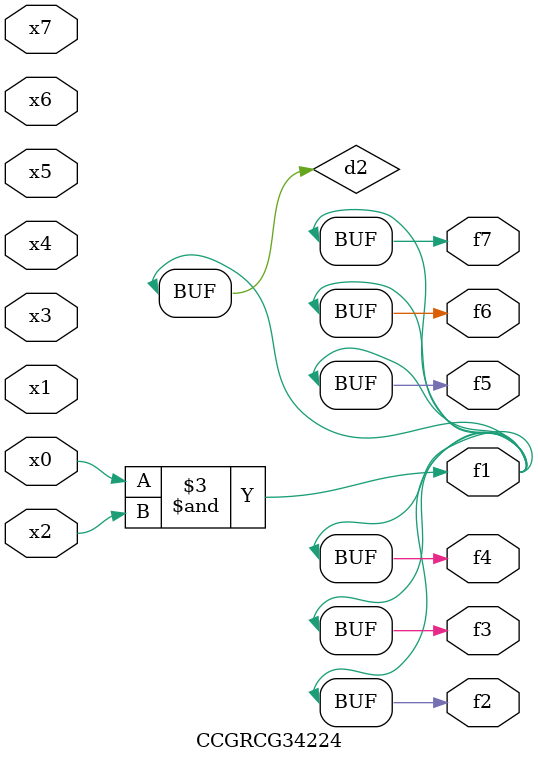
<source format=v>
module CCGRCG34224(
	input x0, x1, x2, x3, x4, x5, x6, x7,
	output f1, f2, f3, f4, f5, f6, f7
);

	wire d1, d2;

	nor (d1, x3, x6);
	and (d2, x0, x2);
	assign f1 = d2;
	assign f2 = d2;
	assign f3 = d2;
	assign f4 = d2;
	assign f5 = d2;
	assign f6 = d2;
	assign f7 = d2;
endmodule

</source>
